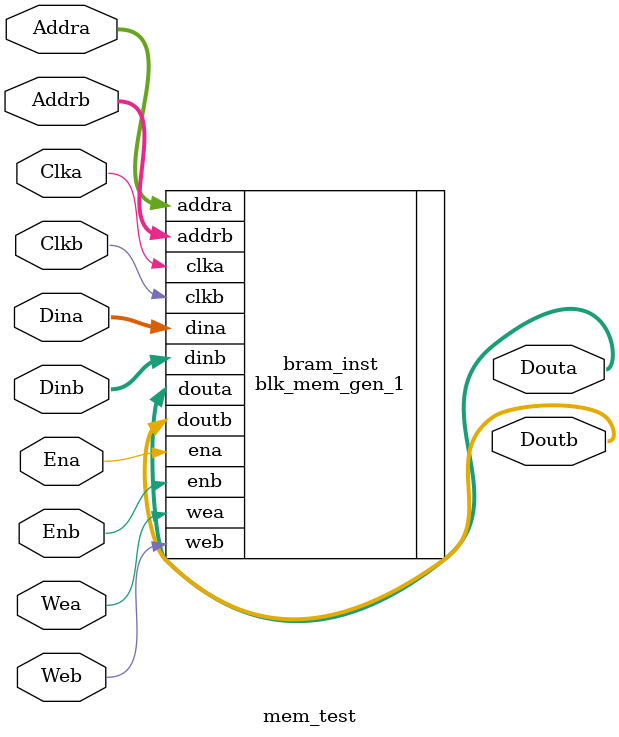
<source format=v>
`timescale 1ns / 1ps


module mem_test(Clka,Addra,Dina,Ena,Wea,Douta,Clkb,Addrb,Dinb,Enb,Web,Doutb);
    input wire Clka,Clkb;
    input wire [11:0] Addra,Addrb;
    input wire [31:0] Dina,Dinb;
    output wire [31:0] Douta,Doutb;
    input wire Wea,Web;
    input wire Ena,Enb;

    

    // BRAM instantiation
    blk_mem_gen_1 bram_inst (
        .clka(Clka),
        .wea(Wea),
        .addra(Addra),
        .dina(Dina),
        .douta(Douta),
        .ena(Ena),
        .clkb(Clkb),
        .web(Web),
        .addrb(Addrb),
        .dinb(Dinb),
        .doutb(Doutb),
        .enb(Enb)
    );
endmodule

</source>
